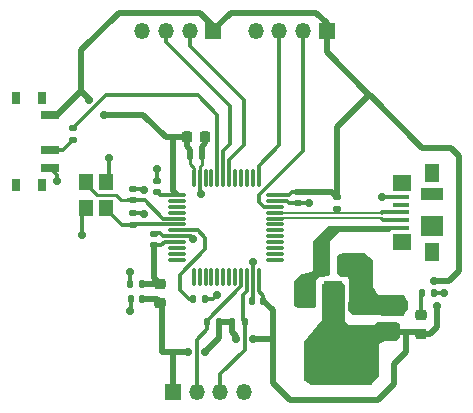
<source format=gbr>
%TF.GenerationSoftware,KiCad,Pcbnew,(6.0.7-1)-1*%
%TF.CreationDate,2022-10-07T20:30:11-05:00*%
%TF.ProjectId,KiCad,4b694361-642e-46b6-9963-61645f706362,rev?*%
%TF.SameCoordinates,Original*%
%TF.FileFunction,Copper,L1,Top*%
%TF.FilePolarity,Positive*%
%FSLAX46Y46*%
G04 Gerber Fmt 4.6, Leading zero omitted, Abs format (unit mm)*
G04 Created by KiCad (PCBNEW (6.0.7-1)-1) date 2022-10-07 20:30:11*
%MOMM*%
%LPD*%
G01*
G04 APERTURE LIST*
G04 Aperture macros list*
%AMRoundRect*
0 Rectangle with rounded corners*
0 $1 Rounding radius*
0 $2 $3 $4 $5 $6 $7 $8 $9 X,Y pos of 4 corners*
0 Add a 4 corners polygon primitive as box body*
4,1,4,$2,$3,$4,$5,$6,$7,$8,$9,$2,$3,0*
0 Add four circle primitives for the rounded corners*
1,1,$1+$1,$2,$3*
1,1,$1+$1,$4,$5*
1,1,$1+$1,$6,$7*
1,1,$1+$1,$8,$9*
0 Add four rect primitives between the rounded corners*
20,1,$1+$1,$2,$3,$4,$5,0*
20,1,$1+$1,$4,$5,$6,$7,0*
20,1,$1+$1,$6,$7,$8,$9,0*
20,1,$1+$1,$8,$9,$2,$3,0*%
G04 Aperture macros list end*
%TA.AperFunction,SMDPad,CuDef*%
%ADD10R,1.200000X1.400000*%
%TD*%
%TA.AperFunction,SMDPad,CuDef*%
%ADD11R,1.550000X1.425000*%
%TD*%
%TA.AperFunction,SMDPad,CuDef*%
%ADD12R,1.900000X1.000000*%
%TD*%
%TA.AperFunction,SMDPad,CuDef*%
%ADD13R,1.300000X1.650000*%
%TD*%
%TA.AperFunction,SMDPad,CuDef*%
%ADD14R,1.900000X1.800000*%
%TD*%
%TA.AperFunction,SMDPad,CuDef*%
%ADD15R,1.380000X0.450000*%
%TD*%
%TA.AperFunction,ComponentPad*%
%ADD16R,1.350000X1.350000*%
%TD*%
%TA.AperFunction,ComponentPad*%
%ADD17O,1.350000X1.350000*%
%TD*%
%TA.AperFunction,SMDPad,CuDef*%
%ADD18RoundRect,0.140000X0.170000X-0.140000X0.170000X0.140000X-0.170000X0.140000X-0.170000X-0.140000X0*%
%TD*%
%TA.AperFunction,SMDPad,CuDef*%
%ADD19R,1.500000X2.000000*%
%TD*%
%TA.AperFunction,SMDPad,CuDef*%
%ADD20R,3.800000X2.000000*%
%TD*%
%TA.AperFunction,SMDPad,CuDef*%
%ADD21RoundRect,0.225000X-0.225000X-0.250000X0.225000X-0.250000X0.225000X0.250000X-0.225000X0.250000X0*%
%TD*%
%TA.AperFunction,SMDPad,CuDef*%
%ADD22RoundRect,0.135000X0.185000X-0.135000X0.185000X0.135000X-0.185000X0.135000X-0.185000X-0.135000X0*%
%TD*%
%TA.AperFunction,SMDPad,CuDef*%
%ADD23RoundRect,0.135000X0.135000X0.185000X-0.135000X0.185000X-0.135000X-0.185000X0.135000X-0.185000X0*%
%TD*%
%TA.AperFunction,SMDPad,CuDef*%
%ADD24RoundRect,0.140000X-0.140000X-0.170000X0.140000X-0.170000X0.140000X0.170000X-0.140000X0.170000X0*%
%TD*%
%TA.AperFunction,SMDPad,CuDef*%
%ADD25RoundRect,0.140000X0.140000X0.170000X-0.140000X0.170000X-0.140000X-0.170000X0.140000X-0.170000X0*%
%TD*%
%TA.AperFunction,SMDPad,CuDef*%
%ADD26RoundRect,0.140000X-0.170000X0.140000X-0.170000X-0.140000X0.170000X-0.140000X0.170000X0.140000X0*%
%TD*%
%TA.AperFunction,SMDPad,CuDef*%
%ADD27RoundRect,0.250000X0.475000X-0.250000X0.475000X0.250000X-0.475000X0.250000X-0.475000X-0.250000X0*%
%TD*%
%TA.AperFunction,SMDPad,CuDef*%
%ADD28RoundRect,0.218750X-0.256250X0.218750X-0.256250X-0.218750X0.256250X-0.218750X0.256250X0.218750X0*%
%TD*%
%TA.AperFunction,SMDPad,CuDef*%
%ADD29RoundRect,0.075000X-0.662500X-0.075000X0.662500X-0.075000X0.662500X0.075000X-0.662500X0.075000X0*%
%TD*%
%TA.AperFunction,SMDPad,CuDef*%
%ADD30RoundRect,0.075000X-0.075000X-0.662500X0.075000X-0.662500X0.075000X0.662500X-0.075000X0.662500X0*%
%TD*%
%TA.AperFunction,SMDPad,CuDef*%
%ADD31RoundRect,0.135000X-0.135000X-0.185000X0.135000X-0.185000X0.135000X0.185000X-0.135000X0.185000X0*%
%TD*%
%TA.AperFunction,SMDPad,CuDef*%
%ADD32RoundRect,0.250000X-0.250000X-0.475000X0.250000X-0.475000X0.250000X0.475000X-0.250000X0.475000X0*%
%TD*%
%TA.AperFunction,SMDPad,CuDef*%
%ADD33R,0.800000X1.000000*%
%TD*%
%TA.AperFunction,SMDPad,CuDef*%
%ADD34R,1.500000X0.700000*%
%TD*%
%TA.AperFunction,ViaPad*%
%ADD35C,0.700000*%
%TD*%
%TA.AperFunction,Conductor*%
%ADD36C,0.300000*%
%TD*%
%TA.AperFunction,Conductor*%
%ADD37C,0.250000*%
%TD*%
%TA.AperFunction,Conductor*%
%ADD38C,0.500000*%
%TD*%
%TA.AperFunction,Conductor*%
%ADD39C,0.200000*%
%TD*%
G04 APERTURE END LIST*
D10*
%TO.P,Y1,1,1*%
%TO.N,/HSE_IN*%
X113062000Y-85588000D03*
%TO.P,Y1,2,2*%
%TO.N,GND*%
X113062000Y-87788000D03*
%TO.P,Y1,3,3*%
%TO.N,/HSE_OUT*%
X114762000Y-87788000D03*
%TO.P,Y1,4,4*%
%TO.N,GND*%
X114762000Y-85588000D03*
%TD*%
D11*
%TO.P,J4,6,Shield*%
%TO.N,unconnected-(J4-Pad6)*%
X139856000Y-85650500D03*
D12*
X142431000Y-86588000D03*
D11*
X139856000Y-90625500D03*
D13*
X142431000Y-91513000D03*
X142431000Y-84763000D03*
D14*
X142431000Y-89288000D03*
D15*
%TO.P,J4,5,GND*%
%TO.N,GND*%
X139771000Y-86838000D03*
%TO.P,J4,4,ID*%
%TO.N,unconnected-(J4-Pad4)*%
X139771000Y-87488000D03*
%TO.P,J4,3,D+*%
%TO.N,/USB_D+*%
X139771000Y-88138000D03*
%TO.P,J4,2,D-*%
%TO.N,/USB_D-*%
X139771000Y-88788000D03*
%TO.P,J4,1,VBUS*%
%TO.N,VBUS*%
X139771000Y-89438000D03*
%TD*%
D16*
%TO.P,J3,1,Pin_1*%
%TO.N,+3.3V*%
X133469200Y-72796400D03*
D17*
%TO.P,J3,2,Pin_2*%
%TO.N,/SWDIO*%
X131469200Y-72796400D03*
%TO.P,J3,3,Pin_3*%
%TO.N,/SWDCLK*%
X129469200Y-72796400D03*
%TO.P,J3,4,Pin_4*%
%TO.N,GND*%
X127469200Y-72796400D03*
%TD*%
D18*
%TO.P,C11,1*%
%TO.N,+3.3VA*%
X118872000Y-90932000D03*
%TO.P,C11,2*%
%TO.N,GND*%
X118872000Y-89972000D03*
%TD*%
D19*
%TO.P,U1,1,GND*%
%TO.N,GND*%
X136300000Y-95000000D03*
%TO.P,U1,2,VO*%
%TO.N,+3.3V*%
X134000000Y-95000000D03*
D20*
X134000000Y-101300000D03*
D19*
%TO.P,U1,3,VI*%
%TO.N,VBUS*%
X131700000Y-95000000D03*
%TD*%
D21*
%TO.P,C3,1*%
%TO.N,+3.3V*%
X121653000Y-81788000D03*
%TO.P,C3,2*%
%TO.N,GND*%
X123203000Y-81788000D03*
%TD*%
D22*
%TO.P,R4,1*%
%TO.N,/FW_BOOT0*%
X112014000Y-82046000D03*
%TO.P,R4,2*%
%TO.N,/BOOT0*%
X112014000Y-81026000D03*
%TD*%
D18*
%TO.P,C9,1*%
%TO.N,/HSE_OUT*%
X117094000Y-89182000D03*
%TO.P,C9,2*%
%TO.N,GND*%
X117094000Y-88222000D03*
%TD*%
%TO.P,C5,1*%
%TO.N,/HSE_IN*%
X117094000Y-87122000D03*
%TO.P,C5,2*%
%TO.N,GND*%
X117094000Y-86162000D03*
%TD*%
D23*
%TO.P,R2,1*%
%TO.N,+3.3V*%
X124333000Y-97409000D03*
%TO.P,R2,2*%
%TO.N,/I2C2_SCL*%
X123313000Y-97409000D03*
%TD*%
D24*
%TO.P,C10,1*%
%TO.N,+3.3V*%
X121940000Y-83400000D03*
%TO.P,C10,2*%
%TO.N,GND*%
X122900000Y-83400000D03*
%TD*%
%TO.P,C4,1*%
%TO.N,/NRST*%
X122174000Y-95500000D03*
%TO.P,C4,2*%
%TO.N,GND*%
X123134000Y-95500000D03*
%TD*%
D25*
%TO.P,C13,1*%
%TO.N,+3.3V*%
X117828000Y-95504000D03*
%TO.P,C13,2*%
%TO.N,GND*%
X116868000Y-95504000D03*
%TD*%
D26*
%TO.P,C7,1*%
%TO.N,+3.3V*%
X131064000Y-86388000D03*
%TO.P,C7,2*%
%TO.N,GND*%
X131064000Y-87348000D03*
%TD*%
D25*
%TO.P,C12,1*%
%TO.N,+3.3VA*%
X117800000Y-94183200D03*
%TO.P,C12,2*%
%TO.N,GND*%
X116840000Y-94183200D03*
%TD*%
D27*
%TO.P,C2,1*%
%TO.N,+3.3V*%
X138684000Y-98044000D03*
%TO.P,C2,2*%
%TO.N,GND*%
X138684000Y-96144000D03*
%TD*%
D28*
%TO.P,D1,1,K*%
%TO.N,/Power_LED*%
X141500000Y-96862500D03*
%TO.P,D1,2,A*%
%TO.N,+3.3V*%
X141500000Y-98437500D03*
%TD*%
D29*
%TO.P,U2,1,VBAT*%
%TO.N,+3.3V*%
X120805500Y-86658000D03*
%TO.P,U2,2,PC13*%
%TO.N,unconnected-(U2-Pad2)*%
X120805500Y-87158000D03*
%TO.P,U2,3,PC14*%
%TO.N,unconnected-(U2-Pad3)*%
X120805500Y-87658000D03*
%TO.P,U2,4,PC15*%
%TO.N,unconnected-(U2-Pad4)*%
X120805500Y-88158000D03*
%TO.P,U2,5,PD0*%
%TO.N,/HSE_IN*%
X120805500Y-88658000D03*
%TO.P,U2,6,PD1*%
%TO.N,/HSE_OUT*%
X120805500Y-89158000D03*
%TO.P,U2,7,NRST*%
%TO.N,/NRST*%
X120805500Y-89658000D03*
%TO.P,U2,8,VSSA*%
%TO.N,GND*%
X120805500Y-90158000D03*
%TO.P,U2,9,VDDA*%
%TO.N,+3.3VA*%
X120805500Y-90658000D03*
%TO.P,U2,10,PA0*%
%TO.N,unconnected-(U2-Pad10)*%
X120805500Y-91158000D03*
%TO.P,U2,11,PA1*%
%TO.N,unconnected-(U2-Pad11)*%
X120805500Y-91658000D03*
%TO.P,U2,12,PA2*%
%TO.N,unconnected-(U2-Pad12)*%
X120805500Y-92158000D03*
D30*
%TO.P,U2,13,PA3*%
%TO.N,unconnected-(U2-Pad13)*%
X122218000Y-93570500D03*
%TO.P,U2,14,PA4*%
%TO.N,unconnected-(U2-Pad14)*%
X122718000Y-93570500D03*
%TO.P,U2,15,PA5*%
%TO.N,unconnected-(U2-Pad15)*%
X123218000Y-93570500D03*
%TO.P,U2,16,PA6*%
%TO.N,unconnected-(U2-Pad16)*%
X123718000Y-93570500D03*
%TO.P,U2,17,PA7*%
%TO.N,unconnected-(U2-Pad17)*%
X124218000Y-93570500D03*
%TO.P,U2,18,PB0*%
%TO.N,unconnected-(U2-Pad18)*%
X124718000Y-93570500D03*
%TO.P,U2,19,PB1*%
%TO.N,unconnected-(U2-Pad19)*%
X125218000Y-93570500D03*
%TO.P,U2,20,PB2*%
%TO.N,unconnected-(U2-Pad20)*%
X125718000Y-93570500D03*
%TO.P,U2,21,PB10*%
%TO.N,/I2C2_SCL*%
X126218000Y-93570500D03*
%TO.P,U2,22,PB11*%
%TO.N,/I2C2_SDA*%
X126718000Y-93570500D03*
%TO.P,U2,23,VSS*%
%TO.N,GND*%
X127218000Y-93570500D03*
%TO.P,U2,24,VDD*%
%TO.N,+3.3V*%
X127718000Y-93570500D03*
D29*
%TO.P,U2,25,PB12*%
%TO.N,unconnected-(U2-Pad25)*%
X129130500Y-92158000D03*
%TO.P,U2,26,PB13*%
%TO.N,unconnected-(U2-Pad26)*%
X129130500Y-91658000D03*
%TO.P,U2,27,PB14*%
%TO.N,unconnected-(U2-Pad27)*%
X129130500Y-91158000D03*
%TO.P,U2,28,PB15*%
%TO.N,unconnected-(U2-Pad28)*%
X129130500Y-90658000D03*
%TO.P,U2,29,PA8*%
%TO.N,unconnected-(U2-Pad29)*%
X129130500Y-90158000D03*
%TO.P,U2,30,PA9*%
%TO.N,unconnected-(U2-Pad30)*%
X129130500Y-89658000D03*
%TO.P,U2,31,PA10*%
%TO.N,unconnected-(U2-Pad31)*%
X129130500Y-89158000D03*
%TO.P,U2,32,PA11*%
%TO.N,/USB_D-*%
X129130500Y-88658000D03*
%TO.P,U2,33,PA12*%
%TO.N,/USB_D+*%
X129130500Y-88158000D03*
%TO.P,U2,34,PA13*%
%TO.N,/SWDIO*%
X129130500Y-87658000D03*
%TO.P,U2,35,VSS*%
%TO.N,GND*%
X129130500Y-87158000D03*
%TO.P,U2,36,VDD*%
%TO.N,+3.3V*%
X129130500Y-86658000D03*
D30*
%TO.P,U2,37,PA14*%
%TO.N,/SWDCLK*%
X127718000Y-85245500D03*
%TO.P,U2,38,PA15*%
%TO.N,unconnected-(U2-Pad38)*%
X127218000Y-85245500D03*
%TO.P,U2,39,PB3*%
%TO.N,unconnected-(U2-Pad39)*%
X126718000Y-85245500D03*
%TO.P,U2,40,PB4*%
%TO.N,unconnected-(U2-Pad40)*%
X126218000Y-85245500D03*
%TO.P,U2,41,PB5*%
%TO.N,unconnected-(U2-Pad41)*%
X125718000Y-85245500D03*
%TO.P,U2,42,PB6*%
%TO.N,/USART1_TX*%
X125218000Y-85245500D03*
%TO.P,U2,43,PB7*%
%TO.N,/USART1_RX*%
X124718000Y-85245500D03*
%TO.P,U2,44,BOOT0*%
%TO.N,/BOOT0*%
X124218000Y-85245500D03*
%TO.P,U2,45,PB8*%
%TO.N,unconnected-(U2-Pad45)*%
X123718000Y-85245500D03*
%TO.P,U2,46,PB9*%
%TO.N,unconnected-(U2-Pad46)*%
X123218000Y-85245500D03*
%TO.P,U2,47,VSS*%
%TO.N,GND*%
X122718000Y-85245500D03*
%TO.P,U2,48,VDD*%
%TO.N,+3.3V*%
X122218000Y-85245500D03*
%TD*%
D31*
%TO.P,R1,1*%
%TO.N,/Power_LED*%
X141526800Y-94945200D03*
%TO.P,R1,2*%
%TO.N,GND*%
X142546800Y-94945200D03*
%TD*%
D32*
%TO.P,C1,1*%
%TO.N,VBUS*%
X133200000Y-92600000D03*
%TO.P,C1,2*%
%TO.N,GND*%
X135100000Y-92600000D03*
%TD*%
D25*
%TO.P,C6,1*%
%TO.N,+3.3V*%
X128115000Y-95631000D03*
%TO.P,C6,2*%
%TO.N,GND*%
X127155000Y-95631000D03*
%TD*%
D22*
%TO.P,R5,1*%
%TO.N,/USB_D+*%
X134366000Y-87884000D03*
%TO.P,R5,2*%
%TO.N,+3.3V*%
X134366000Y-86864000D03*
%TD*%
D33*
%TO.P,SW1,*%
%TO.N,*%
X109382800Y-78478800D03*
X109382800Y-85778800D03*
X107172800Y-85778800D03*
X107172800Y-78478800D03*
D34*
%TO.P,SW1,1,A*%
%TO.N,+3.3V*%
X110032800Y-79878800D03*
%TO.P,SW1,2,B*%
%TO.N,/FW_BOOT0*%
X110032800Y-82878800D03*
%TO.P,SW1,3,C*%
%TO.N,GND*%
X110032800Y-84378800D03*
%TD*%
D16*
%TO.P,J1,1,Pin_1*%
%TO.N,+3.3V*%
X123869200Y-72796400D03*
D17*
%TO.P,J1,2,Pin_2*%
%TO.N,/USART1_TX*%
X121869200Y-72796400D03*
%TO.P,J1,3,Pin_3*%
%TO.N,/USART1_RX*%
X119869200Y-72796400D03*
%TO.P,J1,4,Pin_4*%
%TO.N,GND*%
X117869200Y-72796400D03*
%TD*%
D18*
%TO.P,C8,1*%
%TO.N,+3.3V*%
X119126000Y-86431000D03*
%TO.P,C8,2*%
%TO.N,GND*%
X119126000Y-85471000D03*
%TD*%
D28*
%TO.P,FB1,1*%
%TO.N,+3.3VA*%
X119352000Y-94208500D03*
%TO.P,FB1,2*%
%TO.N,+3.3V*%
X119352000Y-95783500D03*
%TD*%
D16*
%TO.P,J2,1,Pin_1*%
%TO.N,+3.3V*%
X120460000Y-103378000D03*
D17*
%TO.P,J2,2,Pin_2*%
%TO.N,/I2C2_SCL*%
X122460000Y-103378000D03*
%TO.P,J2,3,Pin_3*%
%TO.N,/I2C2_SDA*%
X124460000Y-103378000D03*
%TO.P,J2,4,Pin_4*%
%TO.N,GND*%
X126460000Y-103378000D03*
%TD*%
D31*
%TO.P,R3,1*%
%TO.N,+3.3V*%
X125499400Y-97409000D03*
%TO.P,R3,2*%
%TO.N,/I2C2_SDA*%
X126519400Y-97409000D03*
%TD*%
D35*
%TO.N,GND*%
X138176000Y-86868000D03*
X110617000Y-85471000D03*
X127203200Y-92354400D03*
X139827000Y-96139000D03*
X131953000Y-87376000D03*
X122809000Y-86614000D03*
X112725200Y-90068400D03*
X135890000Y-96393000D03*
X116840000Y-93218000D03*
X136271000Y-93218000D03*
X116840000Y-96520000D03*
X136271000Y-92329000D03*
X143408400Y-94945200D03*
X136779000Y-96393000D03*
X119126000Y-84455000D03*
X122174000Y-90357500D03*
X124206000Y-95123000D03*
X117983000Y-88265000D03*
X117983000Y-86233000D03*
X115062000Y-83566000D03*
%TO.N,+3.3V*%
X142798800Y-96062800D03*
X123190000Y-99923600D03*
X114604800Y-79857600D03*
X127218900Y-98856800D03*
X113334800Y-78587600D03*
X142595600Y-93929200D03*
X125819900Y-98856800D03*
X121760500Y-99923600D03*
%TD*%
D36*
%TO.N,GND*%
X112762000Y-88138000D02*
X112762000Y-88088000D01*
X112762000Y-88088000D02*
X112725200Y-88124800D01*
X112725200Y-88124800D02*
X112725200Y-90068400D01*
D37*
%TO.N,/HSE_IN*%
X116696000Y-87122000D02*
X116078000Y-87122000D01*
X116078000Y-87122000D02*
X115620800Y-86664800D01*
X115620800Y-86664800D02*
X113995200Y-86664800D01*
X113062000Y-85731600D02*
X113062000Y-85588000D01*
X113995200Y-86664800D02*
X113062000Y-85731600D01*
D36*
X117094000Y-87122000D02*
X116696000Y-87122000D01*
D38*
%TO.N,+3.3V*%
X134366000Y-86864000D02*
X134366000Y-80924400D01*
X134366000Y-80924400D02*
X137058400Y-78232000D01*
X137109200Y-78232000D02*
X141579600Y-82702400D01*
X137058400Y-78232000D02*
X137109200Y-78232000D01*
X141579600Y-82702400D02*
X144018000Y-82702400D01*
X144018000Y-82702400D02*
X144678400Y-83362800D01*
X144678400Y-83362800D02*
X144678400Y-93065600D01*
X144678400Y-93065600D02*
X143814800Y-93929200D01*
X143814800Y-93929200D02*
X142595600Y-93929200D01*
D36*
%TO.N,GND*%
X110617000Y-85471000D02*
X110642400Y-85496400D01*
X117094000Y-88222000D02*
X117940000Y-88222000D01*
X127218000Y-92369200D02*
X127203200Y-92354400D01*
D38*
X123203000Y-81788000D02*
X123203000Y-82283000D01*
D36*
X123134000Y-95500000D02*
X123829000Y-95500000D01*
X138206000Y-86838000D02*
X139331000Y-86838000D01*
X121974500Y-90158000D02*
X122174000Y-90357500D01*
D37*
X122936000Y-83436000D02*
X122900000Y-83400000D01*
D36*
X120805500Y-90158000D02*
X121974500Y-90158000D01*
X127218000Y-95568000D02*
X127155000Y-95631000D01*
X130084000Y-87158000D02*
X130302000Y-87376000D01*
X130302000Y-87376000D02*
X131036000Y-87376000D01*
X127218000Y-93570500D02*
X127218000Y-92369200D01*
X127218000Y-93570500D02*
X127218000Y-95568000D01*
X116868000Y-95504000D02*
X116868000Y-96492000D01*
X142546800Y-94945200D02*
X143408400Y-94945200D01*
X131064000Y-87348000D02*
X131925000Y-87348000D01*
X119622000Y-90158000D02*
X119380000Y-89916000D01*
X118928000Y-89916000D02*
X118872000Y-89972000D01*
X129130500Y-87158000D02*
X130084000Y-87158000D01*
X117094000Y-86162000D02*
X117912000Y-86162000D01*
X120805500Y-90158000D02*
X119622000Y-90158000D01*
X110642400Y-85496400D02*
X110642400Y-84988400D01*
X122718000Y-86523000D02*
X122809000Y-86614000D01*
X116868000Y-96492000D02*
X116840000Y-96520000D01*
D38*
X122900000Y-82586000D02*
X122900000Y-83400000D01*
D36*
X122718000Y-85245500D02*
X122718000Y-86523000D01*
D37*
X122718000Y-84292000D02*
X122936000Y-84074000D01*
D36*
X115062000Y-85238000D02*
X115062000Y-83566000D01*
D38*
X123203000Y-82283000D02*
X122900000Y-82586000D01*
D36*
X131925000Y-87348000D02*
X131953000Y-87376000D01*
X119126000Y-85471000D02*
X119126000Y-84455000D01*
X138176000Y-86868000D02*
X138206000Y-86838000D01*
X116840000Y-94183200D02*
X116840000Y-93218000D01*
X117940000Y-88222000D02*
X117983000Y-88265000D01*
D37*
X122936000Y-84074000D02*
X122936000Y-83436000D01*
D36*
X119380000Y-89916000D02*
X118928000Y-89916000D01*
X131036000Y-87376000D02*
X131064000Y-87348000D01*
X117912000Y-86162000D02*
X117983000Y-86233000D01*
X110642400Y-84988400D02*
X110032800Y-84378800D01*
D37*
X122718000Y-85245500D02*
X122718000Y-84292000D01*
D36*
X123829000Y-95500000D02*
X124206000Y-95123000D01*
D38*
%TO.N,+3.3V*%
X140208000Y-99949000D02*
X139192000Y-100965000D01*
D37*
X122218000Y-84372000D02*
X121920000Y-84074000D01*
D36*
X130528000Y-86388000D02*
X131064000Y-86388000D01*
D38*
X133469200Y-72796400D02*
X133469200Y-72102800D01*
X113334800Y-78536800D02*
X113334800Y-78587600D01*
X121760500Y-99923600D02*
X120599200Y-99923600D01*
D37*
X122218000Y-85245500D02*
X122218000Y-84372000D01*
D38*
X124333000Y-97409000D02*
X124333000Y-98780600D01*
X119532400Y-95963900D02*
X119352000Y-95783500D01*
X120460000Y-103378000D02*
X120460000Y-100062800D01*
D36*
X128115000Y-95222000D02*
X128115000Y-95631000D01*
D38*
X120497600Y-86350100D02*
X120705500Y-86558000D01*
X128905000Y-96421000D02*
X128115000Y-95631000D01*
D36*
X127718000Y-93570500D02*
X127718000Y-94825000D01*
D38*
X128905000Y-102539800D02*
X128905000Y-98831400D01*
X125499400Y-97409000D02*
X124333000Y-97409000D01*
X110672000Y-79878800D02*
X110032800Y-79878800D01*
D36*
X130258000Y-86658000D02*
X130528000Y-86388000D01*
D38*
X120599200Y-99923600D02*
X119532400Y-99923600D01*
X119888000Y-81788000D02*
X120497600Y-81788000D01*
D36*
X119353000Y-86658000D02*
X119126000Y-86431000D01*
D38*
X141360500Y-98298000D02*
X141500000Y-98437500D01*
X120460000Y-100062800D02*
X120599200Y-99923600D01*
X121653000Y-82537000D02*
X121940000Y-82824000D01*
X132588000Y-71221600D02*
X125374400Y-71221600D01*
X141500000Y-98437500D02*
X142202100Y-98437500D01*
X119072500Y-95504000D02*
X119352000Y-95783500D01*
X117828000Y-95504000D02*
X119072500Y-95504000D01*
X133469200Y-74592000D02*
X133469200Y-72796400D01*
X125819900Y-98591100D02*
X125499400Y-98270600D01*
X125499400Y-98270600D02*
X125499400Y-97409000D01*
X124333000Y-98780600D02*
X123190000Y-99923600D01*
X120705500Y-86558000D02*
X120805500Y-86558000D01*
X112674400Y-77876400D02*
X110672000Y-79878800D01*
X117957600Y-79857600D02*
X119888000Y-81788000D01*
X123869200Y-72796400D02*
X123869200Y-72358000D01*
X125374400Y-71221600D02*
X123869200Y-72726800D01*
X122732800Y-71221600D02*
X115874800Y-71221600D01*
X140208000Y-98298000D02*
X141360500Y-98298000D01*
X139192000Y-102666800D02*
X137820400Y-104038400D01*
D37*
X121920000Y-83420000D02*
X121940000Y-83400000D01*
D38*
X127244300Y-98831400D02*
X127218900Y-98856800D01*
X137820400Y-104038400D02*
X130403600Y-104038400D01*
X138684000Y-98044000D02*
X138938000Y-98298000D01*
D37*
X121920000Y-84074000D02*
X121920000Y-83420000D01*
D38*
X114604800Y-79857600D02*
X117957600Y-79857600D01*
X128905000Y-98831400D02*
X127244300Y-98831400D01*
X123869200Y-72726800D02*
X123869200Y-72796400D01*
X112674400Y-77876400D02*
X113334800Y-78536800D01*
X119532400Y-99923600D02*
X119532400Y-95963900D01*
X136956800Y-78079600D02*
X133469200Y-74592000D01*
X142202100Y-98437500D02*
X142798800Y-97840800D01*
X131064000Y-86388000D02*
X133890000Y-86388000D01*
X142798800Y-97840800D02*
X142798800Y-96062800D01*
X133890000Y-86388000D02*
X134366000Y-86864000D01*
X121940000Y-82824000D02*
X121940000Y-83400000D01*
X123869200Y-72358000D02*
X122732800Y-71221600D01*
X138938000Y-98298000D02*
X140208000Y-98298000D01*
X130403600Y-104038400D02*
X128905000Y-102539800D01*
X115874800Y-71221600D02*
X112674400Y-74422000D01*
D36*
X129130500Y-86658000D02*
X130258000Y-86658000D01*
D38*
X125819900Y-98856800D02*
X125819900Y-98591100D01*
D36*
X120805500Y-86658000D02*
X119353000Y-86658000D01*
D38*
X120497600Y-81788000D02*
X120497600Y-86350100D01*
X139192000Y-100965000D02*
X139192000Y-102666800D01*
X112674400Y-74523600D02*
X112674400Y-77876400D01*
X121653000Y-81788000D02*
X121653000Y-82537000D01*
D36*
X127718000Y-94825000D02*
X128115000Y-95222000D01*
D38*
X112674400Y-74422000D02*
X112674400Y-74574400D01*
X128905000Y-98831400D02*
X128905000Y-96421000D01*
X120497600Y-81788000D02*
X121653000Y-81788000D01*
X140208000Y-98298000D02*
X140208000Y-99949000D01*
X133469200Y-72102800D02*
X132588000Y-71221600D01*
D36*
%TO.N,/NRST*%
X121031000Y-93418959D02*
X121031000Y-94742000D01*
X122551000Y-89658000D02*
X123190000Y-90297000D01*
X121031000Y-94742000D02*
X121789000Y-95500000D01*
X123190000Y-91259959D02*
X121031000Y-93418959D01*
X121789000Y-95500000D02*
X122174000Y-95500000D01*
X123190000Y-90297000D02*
X123190000Y-91259959D01*
X120805500Y-89658000D02*
X122551000Y-89658000D01*
%TO.N,/HSE_IN*%
X119646000Y-88658000D02*
X118110000Y-87122000D01*
X118110000Y-87122000D02*
X117094000Y-87122000D01*
X120805500Y-88658000D02*
X119646000Y-88658000D01*
%TO.N,/HSE_OUT*%
X117094000Y-89182000D02*
X116106000Y-89182000D01*
X120805500Y-89158000D02*
X117118000Y-89158000D01*
X116106000Y-89182000D02*
X115062000Y-88138000D01*
X117118000Y-89158000D02*
X117094000Y-89182000D01*
D38*
%TO.N,+3.3VA*%
X119352000Y-94208500D02*
X118821200Y-93677700D01*
X117800000Y-94183200D02*
X119326700Y-94183200D01*
D36*
X120805500Y-90658000D02*
X119755600Y-90658000D01*
D38*
X119352000Y-94208500D02*
X119326700Y-94183200D01*
X118821200Y-90982800D02*
X118872000Y-90932000D01*
X118821200Y-93677700D02*
X118821200Y-90982800D01*
D36*
X119755600Y-90658000D02*
X119481600Y-90932000D01*
X119481600Y-90932000D02*
X118872000Y-90932000D01*
%TO.N,/Power_LED*%
X141500000Y-96862500D02*
X141500000Y-95149600D01*
X141500000Y-95149600D02*
X141550000Y-95099600D01*
%TO.N,/USART1_TX*%
X126492000Y-82423000D02*
X126492000Y-78638400D01*
X121869200Y-74015600D02*
X121869200Y-72796400D01*
X126492000Y-78638400D02*
X121869200Y-74015600D01*
X125218000Y-85245500D02*
X125218000Y-83697000D01*
X125218000Y-83697000D02*
X126492000Y-82423000D01*
%TO.N,/I2C2_SCL*%
X123313000Y-98048000D02*
X122460000Y-98901000D01*
X123313000Y-97409000D02*
X123313000Y-98048000D01*
X126218000Y-94409041D02*
X123313000Y-97314041D01*
X122460000Y-98901000D02*
X122460000Y-103378000D01*
X123313000Y-97314041D02*
X123313000Y-97409000D01*
X126218000Y-93570500D02*
X126218000Y-94409041D01*
%TO.N,/I2C2_SDA*%
X126519400Y-97409000D02*
X126519400Y-99794600D01*
X124460000Y-101854000D02*
X124460000Y-103378000D01*
X126365000Y-97254600D02*
X126519400Y-97409000D01*
X126718000Y-93570500D02*
X126718000Y-94770000D01*
X126519400Y-99794600D02*
X124460000Y-101854000D01*
X126365000Y-95123000D02*
X126365000Y-97254600D01*
X126718000Y-94770000D02*
X126365000Y-95123000D01*
%TO.N,/SWDIO*%
X129130500Y-87658000D02*
X128171000Y-87658000D01*
X127762000Y-86687959D02*
X131470400Y-82979559D01*
X131469200Y-82978359D02*
X131469200Y-72796400D01*
X128171000Y-87658000D02*
X127762000Y-87249000D01*
X127762000Y-87249000D02*
X127762000Y-86687959D01*
X131470400Y-82979559D02*
X131469200Y-82978359D01*
%TO.N,/SWDCLK*%
X127718000Y-85245500D02*
X127718000Y-84219600D01*
X129469200Y-82468400D02*
X129469200Y-72796400D01*
X129469200Y-82468400D02*
X127718000Y-84219600D01*
D39*
%TO.N,/USB_D-*%
X129155499Y-88633001D02*
X138156498Y-88633000D01*
D36*
X138261498Y-88788000D02*
X138156498Y-88683000D01*
X139331000Y-88788000D02*
X138261498Y-88788000D01*
D39*
X129130500Y-88658000D02*
X129155499Y-88633001D01*
D36*
%TO.N,/USB_D+*%
X138201498Y-88138000D02*
X139331000Y-88138000D01*
X138156498Y-88183000D02*
X138201498Y-88138000D01*
D39*
X129130500Y-88158000D02*
X129155499Y-88182999D01*
X129155499Y-88182999D02*
X138156498Y-88183000D01*
D36*
%TO.N,/BOOT0*%
X122555000Y-78232000D02*
X114808000Y-78232000D01*
X124218000Y-85245500D02*
X124218000Y-79895000D01*
X124218000Y-79895000D02*
X122555000Y-78232000D01*
X114808000Y-78232000D02*
X112014000Y-81026000D01*
%TO.N,/USART1_RX*%
X125323600Y-79146400D02*
X119869200Y-73692000D01*
X119869200Y-73692000D02*
X119869200Y-72796400D01*
X124718000Y-85245500D02*
X124718000Y-82927000D01*
X125323600Y-82321400D02*
X125323600Y-79146400D01*
X119869200Y-73717400D02*
X119869200Y-72796400D01*
X124718000Y-82927000D02*
X125323600Y-82321400D01*
%TO.N,/FW_BOOT0*%
X110032800Y-82878800D02*
X111181200Y-82878800D01*
X111181200Y-82878800D02*
X112014000Y-82046000D01*
%TD*%
%TA.AperFunction,Conductor*%
%TO.N,GND*%
G36*
X136674503Y-91587002D02*
G01*
X136687043Y-91596203D01*
X137050248Y-91898873D01*
X137368663Y-92164219D01*
X137408190Y-92223195D01*
X137414000Y-92261015D01*
X137414000Y-94488000D01*
X137795000Y-95123000D01*
X139891000Y-95123000D01*
X139959121Y-95143002D01*
X139991800Y-95173400D01*
X140309800Y-95597400D01*
X140334671Y-95663898D01*
X140335000Y-95673000D01*
X140335000Y-96351000D01*
X140314998Y-96419121D01*
X140309800Y-96426600D01*
X139992340Y-96849880D01*
X139935466Y-96892375D01*
X139890107Y-96900272D01*
X136413159Y-96860631D01*
X135771511Y-96853316D01*
X135703622Y-96832538D01*
X135684421Y-96816985D01*
X135358058Y-96494753D01*
X135323637Y-96432659D01*
X135320621Y-96402059D01*
X135351472Y-95120809D01*
X135382000Y-93853000D01*
X135375096Y-93839193D01*
X135375096Y-93839191D01*
X135263101Y-93615202D01*
X135255000Y-93599000D01*
X134785149Y-93599000D01*
X134715257Y-93577838D01*
X134422108Y-93382405D01*
X134376523Y-93327976D01*
X134366000Y-93277567D01*
X134366000Y-91898873D01*
X134386002Y-91830752D01*
X134435651Y-91786175D01*
X134847396Y-91580302D01*
X134903745Y-91567000D01*
X136606382Y-91567000D01*
X136674503Y-91587002D01*
G37*
%TD.AperFunction*%
%TD*%
%TA.AperFunction,Conductor*%
%TO.N,+3.3V*%
G36*
X134762931Y-94000002D02*
G01*
X134783905Y-94016905D01*
X134964095Y-94197095D01*
X134998121Y-94259407D01*
X135001000Y-94286190D01*
X135001000Y-97282000D01*
X135011347Y-97297521D01*
X135011348Y-97297523D01*
X135110270Y-97445905D01*
X135255000Y-97663000D01*
X137541000Y-97663000D01*
X137758095Y-97445905D01*
X137820407Y-97411879D01*
X137847190Y-97409000D01*
X139280851Y-97409000D01*
X139350743Y-97430162D01*
X139643892Y-97625595D01*
X139689477Y-97680024D01*
X139700000Y-97730433D01*
X139700000Y-98626810D01*
X139679998Y-98694931D01*
X139663095Y-98715905D01*
X139355905Y-99023095D01*
X139293593Y-99057121D01*
X139266810Y-99060000D01*
X138430000Y-99060000D01*
X137922000Y-99314000D01*
X137922000Y-101935382D01*
X137901998Y-102003503D01*
X137892797Y-102016043D01*
X137324781Y-102697663D01*
X137265805Y-102737190D01*
X137227985Y-102743000D01*
X132241899Y-102743000D01*
X132177074Y-102725045D01*
X131633173Y-102398704D01*
X131585051Y-102346505D01*
X131572000Y-102290660D01*
X131572000Y-99106610D01*
X131592002Y-99038489D01*
X131602334Y-99024610D01*
X131866939Y-98715905D01*
X133096000Y-97282000D01*
X133096000Y-94286190D01*
X133116002Y-94218069D01*
X133132905Y-94197095D01*
X133313095Y-94016905D01*
X133375407Y-93982879D01*
X133402190Y-93980000D01*
X134694810Y-93980000D01*
X134762931Y-94000002D01*
G37*
%TD.AperFunction*%
%TD*%
%TA.AperFunction,Conductor*%
%TO.N,VBUS*%
G36*
X138968271Y-89291760D02*
G01*
X139010673Y-89310506D01*
X139036354Y-89313500D01*
X140188310Y-89313500D01*
X140256431Y-89333502D01*
X140277405Y-89350405D01*
X140298095Y-89371095D01*
X140332121Y-89433407D01*
X140335000Y-89460190D01*
X140335000Y-89486500D01*
X140314998Y-89554621D01*
X140261342Y-89601114D01*
X140209000Y-89612500D01*
X139036354Y-89612500D01*
X139032650Y-89612941D01*
X139032647Y-89612941D01*
X139025254Y-89613821D01*
X139010154Y-89615618D01*
X138907847Y-89661061D01*
X138828759Y-89740287D01*
X138828439Y-89739967D01*
X138780531Y-89779092D01*
X138731554Y-89789000D01*
X134493000Y-89789000D01*
X134485957Y-89796387D01*
X133766479Y-90551000D01*
X133741468Y-90577232D01*
X133741427Y-90588449D01*
X133741427Y-90588450D01*
X133731354Y-93373989D01*
X133711106Y-93442037D01*
X133657282Y-93488335D01*
X133635915Y-93495771D01*
X133436982Y-93545505D01*
X133238047Y-93595238D01*
X133207489Y-93599000D01*
X132842000Y-93599000D01*
X132588000Y-93853000D01*
X132588000Y-95959810D01*
X132567998Y-96027931D01*
X132551095Y-96048905D01*
X132370905Y-96229095D01*
X132308593Y-96263121D01*
X132281810Y-96266000D01*
X131102149Y-96266000D01*
X131032257Y-96244838D01*
X130739108Y-96049405D01*
X130693523Y-95994976D01*
X130683000Y-95944567D01*
X130683000Y-94039015D01*
X130703002Y-93970894D01*
X130728337Y-93942219D01*
X131424549Y-93362043D01*
X131470597Y-93337687D01*
X131833162Y-93234097D01*
X132334000Y-93091000D01*
X132334000Y-90603190D01*
X132354002Y-90535069D01*
X132370905Y-90514095D01*
X133567095Y-89317905D01*
X133629407Y-89283879D01*
X133656190Y-89281000D01*
X138917323Y-89281000D01*
X138968271Y-89291760D01*
G37*
%TD.AperFunction*%
%TD*%
M02*

</source>
